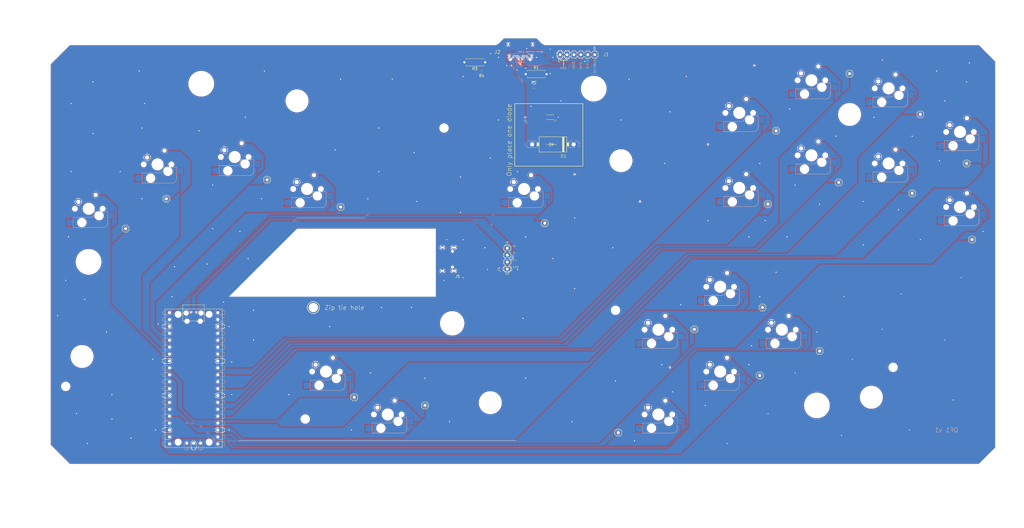
<source format=kicad_pcb>
(kicad_pcb (version 20211014) (generator pcbnew)
  (layers (0 "F.Cu" signal) (31 "B.Cu" signal) (34 "B.Paste" user) (35 "F.Paste" user) (36 "B.SilkS" user "B.Silkscreen") (37 "F.SilkS" user "F.Silkscreen") (38 "B.Mask" user) (39 "F.Mask" user) (44 "Edge.Cuts" user))
  (net 0 "")
  (net 1 "GND")
  (net 2 "+5V")
  (net 6 "/START")
  (net 8 "/RIGHT")
  (net 9 "/DOWN")
  (net 10 "/LEFT")
  (net 11 "/L")
  (net 12 "/M1")
  (net 17 "/C_UP")
  (net 18 "/C_LT")
  (net 19 "/A")
  (net 20 "/C_DN")
  (net 21 "/C_RT")
  (net 22 "/UP")
  (net 23 "/MS")
  (net 24 "/Z")
  (net 25 "V+")
  (net 26 "/LS")
  (net 27 "VCC")
  (net 28 "/M2")
  (net 29 "/X")
  (net 30 "/Y")
  (net 31 "/B")
  (net 32 "/R")
  (net 33 "/DATA")
  (net 42 "/D-")
  (net 43 "Net-(J2-PadA5)")
  (net 47 "Net-(J2-PadB5)")
  (net 50 "/D+")
  (footprint "OF1 v1:MA04-1" (layer "F.Cu") (at 142.745065 107.7536 90)
    (fp_text reference "J4")
    (fp_text value "MA04-1")
  )
  (footprint "OF1 v1:MX-BOTH" (layer "F.Cu") (at 282.8411 72.7576 180)
    (fp_text reference "U$15" hide)
    (fp_text value "MX-B" hide)
  )
  (footprint "OF1 v1:1X01" (layer "F.Cu") (at 264.5011 79.7536)
    (fp_text reference "JP11" hide)
    (fp_text value "PINHD-1X1")
  )
  (footprint "OF1 v1:MX-BOTH" (layer "F.Cu") (at 282.8411 45.1476 180)
    (fp_text reference "U$11" hide)
    (fp_text value "MX-B" hide)
  )
  (footprint "OF1 v1:1X01" (layer "F.Cu") (at 238.5011 87.7536)
    (fp_text reference "JP10" hide)
    (fp_text value "PINHD-1X1")
  )
  (footprint "OF1 v1:MX-BOTH" (layer "F.Cu") (at 220.9531 118.1176 180)
    (fp_text reference "U$17" hide)
    (fp_text value "MX-B" hide)
  )
  (footprint "OF1 v1:1X01" (layer "F.Cu") (at 81.5011 88.7536)
    (fp_text reference "JP5" hide)
    (fp_text value "PINHD-1X1")
  )
  (footprint "OF1 v1:MX-BOTH" (layer "F.Cu") (at 76.1331 149.3026 180)
    (fp_text reference "U$6" hide)
    (fp_text value "MX-B" hide)
  )
  (footprint "OF1 v1:DO201-15" (layer "F.Cu") (at 159.5011 65.7536 180)
    (fp_text reference "D1")
    (fp_text value "1N5400")
  )
  (footprint "" (layer "F.Cu") (at 174.5011 45.2536)
    (fp_text reference "@HOLE11" hide)
    (fp_text value "")
  )
  (footprint "" (layer "F.Cu") (at 184.5011 71.7536)
    (fp_text reference "@HOLE8" hide)
    (fp_text value "")
  )
  (footprint "" (layer "F.Cu") (at 68.5011 166.7536)
    (fp_text reference "@HOLE0" hide)
    (fp_text value "")
  )
  (footprint "OF1 v1:MX-BOTH" (layer "F.Cu") (at 220.9531 149.3026 180)
    (fp_text reference "U$20" hide)
    (fp_text value "MX-B" hide)
  )
  (footprint "OF1 v1:SOD3715X145N" (layer "F.Cu") (at 158.5011 55.7536 180)
    (fp_text reference "D2")
    (fp_text value "1N5819HW-7-F")
  )
  (footprint "OF1 v1:1X01" (layer "F.Cu") (at 211.5011 133.7536)
    (fp_text reference "JP18" hide)
    (fp_text value "PINHD-1X1")
  )
  (footprint "" (layer "F.Cu") (at 136.5011 160.7536)
    (fp_text reference "@HOLE9" hide)
    (fp_text value "")
  )
  (footprint "Resistor_SMD:R_0603_1608Metric" (layer "F.Cu") (at 152.491276 44.510583)
    (fp_text reference "R2")
    (fp_text value "5.1k")
  )
  (footprint "OF1 v1:MX-BOTH" (layer "F.Cu") (at 254.4861 42.1726 180)
    (fp_text reference "U$10" hide)
    (fp_text value "MX-B" hide)
  )
  (footprint "OF1 v1:1X01" (layer "F.Cu") (at 86.5011 158.7536)
    (fp_text reference "JP6" hide)
    (fp_text value "PINHD-1X1")
  )
  (footprint "" (layer "F.Cu") (at 122.5011 131.5536)
    (fp_text reference "@HOLE14" hide)
    (fp_text value "")
  )
  (footprint "OF1 v1:1X01" (layer "F.Cu") (at 311.5011 72.7536)
    (fp_text reference "JP14" hide)
    (fp_text value "PINHD-1X1")
  )
  (footprint "OF1 v1:1X01" (layer "F.Cu") (at 54.5011 78.7536)
    (fp_text reference "JP4" hide)
    (fp_text value "PINHD-1X1")
  )
  (footprint "OF1 v1:MX-BOTH" (layer "F.Cu") (at 227.9681 81.7776 180)
    (fp_text reference "U$13" hide)
    (fp_text value "MX-B" hide)
  )
  (footprint "OF1 v1:1X01" (layer "F.Cu") (at 241.5011 60.7536)
    (fp_text reference "JP9" hide)
    (fp_text value "PINHD-1X1")
  )
  (footprint "shou han 24P type-c:24P" (layer "F.Cu") (at 147.568981 35.1536 180)
    (fp_text reference "J2")
    (fp_text value "MOLEX2171830001")
  )
  (footprint "OF1 v1:MX-BOTH" (layer "F.Cu") (at -11.0339 89.4176 180)
    (fp_text reference "U$1" hide)
    (fp_text value "MX-B" hide)
  )
  (footprint "OF1 v1:MX-BOTH" (layer "F.Cu") (at 198.2661 165.0726 180)
    (fp_text reference "U$21" hide)
    (fp_text value "MX-B" hide)
  )
  (footprint "OF1 v1:1X01" (layer "F.Cu") (at 291.5011 83.7536)
    (fp_text reference "JP16" hide)
    (fp_text value "PINHD-1X1")
  )
  (footprint "OF1 v1:MX-BOTH" (layer "F.Cu") (at 14.2461 73.1146 180)
    (fp_text reference "U$2" hide)
    (fp_text value "MX-B" hide)
  )
  (footprint "OF1 v1:MX-BOTH" (layer "F.Cu") (at 42.6021 70.3886 180)
    (fp_text reference "U$4" hide)
    (fp_text value "MX-B" hide)
  )
  (footprint "" (layer "F.Cu") (at 30.3011 43.4536)
    (fp_text reference "@HOLE13" hide)
    (fp_text value "")
  )
  (footprint "" (layer "F.Cu") (at 284.5011 147.7536)
    (fp_text reference "@HOLE1" hide)
    (fp_text value "")
  )
  (footprint "OF1 v1:1X01" (layer "F.Cu") (at 235.5011 150.7536)
    (fp_text reference "JP20" hide)
    (fp_text value "PINHD-1X1")
  )
  (footprint "OF1 v1:MX-BOTH" (layer "F.Cu") (at 98.8211 165.0716 180)
    (fp_text reference "U$7" hide)
    (fp_text value "MX-B" hide)
  )
  (footprint "OF1 v1:1X01" (layer "F.Cu") (at 294.5011 54.7536)
    (fp_text reference "JP13" hide)
    (fp_text value "PINHD-1X1")
  )
  (footprint "OF1 v1:MX-BOTH" (layer "F.Cu") (at 243.6101 133.8876 180)
    (fp_text reference "U$19" hide)
    (fp_text value "MX-B" hide)
  )
  (footprint "OF1 v1:1X01" (layer "F.Cu") (at 236.5011 125.7536)
    (fp_text reference "JP17" hide)
    (fp_text value "PINHD-1X1")
  )
  (footprint "OF1 v1:1X01" (layer "F.Cu") (at 268.5011 39.7536)
    (fp_text reference "JP12" hide)
    (fp_text value "PINHD-1X1")
  )
  (footprint "" (layer "F.Cu") (at -19.4989 154.7536)
    (fp_text reference "@HOLE2" hide)
    (fp_text value "")
  )
  (footprint "Resistor_THT:R_Axial_DIN0207_L6.3mm_D2.5mm_P7.62mm_Horizontal" (layer "F.Cu") (at 134.62 35.56 180)
    (fp_text reference "R3")
    (fp_text value "5.1k")
  )
  (footprint "OF1 v1:RPI_PICO_TH" (layer "F.Cu") (at 27.5011 151.7536)
    (fp_text reference "J1" hide)
    (fp_text value "RPI_PICO-TH" hide)
  )
  (footprint "OF1 v1:1X01" (layer "F.Cu") (at 313.5011 100.7536)
    (fp_text reference "JP15" hide)
    (fp_text value "PINHD-1X1")
  )
  (footprint "Resistor_SMD:R_0603_1608Metric" (layer "F.Cu") (at 133.286267 39.142301 180)
    (fp_text reference "R4")
    (fp_text value "5.1k")
  )
  (footprint "" (layer "F.Cu") (at 119.5011 59.7536)
    (fp_text reference "@HOLE10" hide)
    (fp_text value "")
  )
  (footprint "" (layer "F.Cu") (at 256.5011 161.7536)
    (fp_text reference "@HOLE15" hide)
    (fp_text value "")
  )
  (footprint "" (layer "F.Cu") (at -13.4989 143.7536)
    (fp_text reference "@HOLE6" hide)
    (fp_text value "")
  )
  (footprint "" (layer "F.Cu") (at 71.5011 125.7536)
    (fp_text reference "@HOLE16" hide)
    (fp_text value "")
  )
  (footprint "OF1 v1:MX-BOTH" (layer "F.Cu") (at 69.1741 82.1516 180)
    (fp_text reference "U$5" hide)
    (fp_text value "MX-B" hide)
  )
  (footprint "OF1 v1:MX-BOTH" (layer "F.Cu") (at 198.2661 133.8876 180)
    (fp_text reference "U$18" hide)
    (fp_text value "MX-B" hide)
  )
  (footprint "" (layer "F.Cu") (at 182.5011 126.7536)
    (fp_text reference "@HOLE3" hide)
    (fp_text value "")
  )
  (footprint "" (layer "F.Cu") (at -11.0989 108.9536)
    (fp_text reference "@HOLE12" hide)
    (fp_text value "")
  )
  (footprint "OF1 v1:MX-BOTH" (layer "F.Cu") (at 309.0641 88.7936 180)
    (fp_text reference "U$16" hide)
    (fp_text value "MX-B" hide)
  )
  (footprint "" (layer "F.Cu") (at 268.5011 54.7536)
    (fp_text reference "@HOLE4" hide)
    (fp_text value "")
  )
  (footprint "OF1 v1:1X01" (layer "F.Cu") (at 112.5011 161.7536)
    (fp_text reference "JP7" hide)
    (fp_text value "PINHD-1X1")
  )
  (footprint "OF1 v1:16P" (layer "F.Cu") (at 118.899393 107.971075 -90)
    (fp_text reference "J5" hide)
    (fp_text value "GT-USB-7010" hide)
  )
  (footprint "OF1 v1:1X01" (layer "F.Cu") (at 2.5011 96.7536)
    (fp_text reference "JP2" hide)
    (fp_text value "PINHD-1X1")
  )
  (footprint "OF1 v1:1X01" (layer "F.Cu") (at 156.5011 94.7536)
    (fp_text reference "JP8" hide)
    (fp_text value "PINHD-1X1")
  )
  (footprint "OF1 v1:MX-BOTH" (layer "F.Cu") (at 309.0641 61.1836 180)
    (fp_text reference "U$12" hide)
    (fp_text value "MX-B" hide)
  )
  (footprint "OF1 v1:MX-BOTH" (layer "F.Cu") (at 227.9681 54.1686 180)
    (fp_text reference "U$9" hide)
    (fp_text value "MX-B" hide)
  )
  (footprint "OF1 v1:1X01" (layer "F.Cu") (at 183.5011 171.7536)
    (fp_text reference "JP21" hide)
    (fp_text value "PINHD-1X1")
  )
  (footprint "OF1 v1:MX-BOTH" (layer "F.Cu") (at 254.4861 69.7826 180)
    (fp_text reference "U$14" hide)
    (fp_text value "MX-B" hide)
  )
  (footprint "OF1 v1:1X01" (layer "F.Cu") (at 257.5011 141.7536)
    (fp_text reference "JP19" hide)
    (fp_text value "PINHD-1X1")
  )
  (footprint "OF1 v1:MA06-1" (layer "F.Cu") (at 168.5011 32.7536)
    (fp_text reference "J3")
    (fp_text value "MA06-1")
  )
  (footprint "" (layer "F.Cu") (at 276.5011 158.7536)
    (fp_text reference "@HOLE5" hide)
    (fp_text value "")
  )
  (footprint "Resistor_THT:R_Axial_DIN0207_L6.3mm_D2.5mm_P7.62mm_Horizontal" (layer "F.Cu") (at 149.53424 39.919945)
    (fp_text reference "R1")
    (fp_text value "5.1k")
  )
  (footprint "" (layer "F.Cu") (at 65.5011 49.7536)
    (fp_text reference "@HOLE7" hide)
    (fp_text value "")
  )
  (footprint "OF1 v1:1X01" (layer "F.Cu") (at 17.5011 85.7536)
    (fp_text reference "JP3" hide)
    (fp_text value "PINHD-1X1")
  )
  (footprint "OF1 v1:MX-BOTH" (layer "F.Cu") (at 148.9061 82.1516 180)
    (fp_text reference "U$8" hide)
    (fp_text value "MX-B" hide)
  )
  (gr_circle (center 71.5011 125.7536) (end 73.737165 125.7536) (layer "F.SilkS") (width 0.2) (fill none))
  (gr_line (start 145.5011 50.7536) (end 170.5011 50.7536) (layer "F.SilkS") (width 0.2))
  (gr_line (start 170.5011 50.7536) (end 170.5011 73.7536) (layer "F.SilkS") (width 0.2))
  (gr_line (start 170.5011 73.7536) (end 145.5011 73.7536) (layer "F.SilkS") (width 0.2))
  (gr_line (start 162.272621 34.794232) (end 164.674246 34.794232) (layer "F.SilkS") (width 0.2))
  (gr_line (start 145.5011 73.7536) (end 145.5011 50.7536) (layer "F.SilkS") (width 0.2))
  (gr_line (start 164.706284 33.815094) (end 164.690587 33.799397) (layer "F.SilkS") (width 0.2))
  (gr_line (start 163.421272 34.948854) (end 163.421272 36.958357) (layer "F.SilkS") (width 0.2))
  (gr_line (start 164.6911 34.802747) (end 164.6911 34.410263) (layer "F.SilkS") (width 0.2))
  (gr_line (start 162.272621 34.378054) (end 162.272621 34.801935) (layer "F.SilkS") (width 0.2))
  (gr_line (start 322.0011 177.2536) (end 316.0011 183.2536) (layer "Edge.Cuts") (width 0.05))
  (gr_line (start 40.5011 121.7536) (end 65.5011 96.7536) (layer "Edge.Cuts") (width 0.05))
  (gr_line (start 153.5011 26.7536) (end 155.5011 28.7536) (layer "Edge.Cuts") (width 0.05))
  (gr_line (start -17.9989 183.2536) (end -24.9989 176.2536) (layer "Edge.Cuts") (width 0.05))
  (gr_line (start 155.5011 28.7536) (end 156.5011 29.2536) (layer "Edge.Cuts") (width 0.05))
  (gr_line (start 316.0011 29.2536) (end 322.0011 35.2536) (layer "Edge.Cuts") (width 0.05))
  (gr_line (start 65.5011 96.7536) (end 116.5011 96.7536) (layer "Edge.Cuts") (width 0.05))
  (gr_line (start -24.9989 36.2536) (end -17.9989 29.2536) (layer "Edge.Cuts") (width 0.05))
  (gr_line (start 116.5011 121.7536) (end 40.5011 121.7536) (layer "Edge.Cuts") (width 0.05))
  (gr_line (start 156.5011 29.2536) (end 316.0011 29.2536) (layer "Edge.Cuts") (width 0.05))
  (gr_line (start -17.9989 29.2536) (end 138.5011 29.2536) (layer "Edge.Cuts") (width 0.05))
  (gr_line (start -24.9989 176.2536) (end -24.9989 36.2536) (layer "Edge.Cuts") (width 0.05))
  (gr_line (start 139.5011 28.7536) (end 141.5011 26.7536) (layer "Edge.Cuts") (width 0.05))
  (gr_line (start 138.5011 29.2536) (end 139.5011 28.7536) (layer "Edge.Cuts") (width 0.05))
  (gr_line (start 322.0011 35.2536) (end 322.0011 177.2536) (layer "Edge.Cuts") (width 0.05))
  (gr_line (start 316.0011 183.2536) (end -17.9989 183.2536) (layer "Edge.Cuts") (width 0.05))
  (gr_line (start 141.5011 26.7536) (end 153.5011 26.7536) (layer "Edge.Cuts") (width 0.05))
  (gr_line (start 116.5011 96.7536) (end 116.5011 121.7536) (layer "Edge.Cuts") (width 0.05))
  (gr_text "OF1 v1" (at 308.5011 171.7536) (layer "B.SilkS") (effects (font (size 1.63576 1.63576) (thickness 0.14224)) (justify left bottom mirror)))
  (gr_text "GND" (at 144.650881 111.299857) (layer "F.SilkS") (effects (font (size 0.747776 0.747776) (thickness 0.065024)) (justify left bottom)))
  (gr_text "3V3 in" (at 172.633221 38.1 90) (layer "F.SilkS") (effects (font (size 0.747776 0.747776) (thickness 0.065024)) (justify left bottom)))
  (gr_text "5V/VBUS" (at 175.295886 39.57934 90) (layer "F.SilkS") (effects (font (size 0.747776 0.747776) (thickness 0.065024)) (justify left bottom)))
  (gr_text "D-" (at 144.677846 106.109925) (layer "F.SilkS") (effects (font (size 0.747776 0.747776) (thickness 0.065024)) (justify left bottom)))
  (gr_text "VSYS" (at 167.5877 38.1 90) (layer "F.SilkS") (effects (font (size 0.747776 0.747776) (thickness 0.065024)) (justify left bottom)))
  (gr_text "DATA" (at 170.2002 38.1 90) (layer "F.SilkS") (effects (font (size 0.747776 0.747776) (thickness 0.065024)) (justify left bottom)))
  (gr_text "GND" (at 162.14999 38.1) (layer "F.SilkS") (effects (font (size 0.747776 0.747776) (thickness 0.065024)) (justify left bottom)))
  (gr_text "Only place one diode" (at 142.5011 50.7536 90) (layer "F.SilkS") (effects (font (size 1.63576 1.63576) (thickness 0.14224)) (justify right top)))
  (gr_text "Zip tie hole" (at 75.5011 126.7536) (layer "F.SilkS") (effects (font (size 1.63576 1.63576) (thickness 0.14224)) (justify left bottom)))
  (gr_text "5V" (at 144.669718 103.631725) (layer "F.SilkS") (effects (font (size 0.747776 0.747776) (thickness 0.065024)) (justify left bottom)))
  (gr_text "D+" (at 144.613209 108.775213) (layer "F.SilkS") (effects (font (size 0.747776 0.747776) (thickness 0.065024)) (justify left bottom)))
  (via (at 167.5011 76.7536) (size 0.5524) (drill 0.4) (layers "F.Cu" "B.Cu") (net 0))
  (via (at 216.5011 65.7536) (size 0.5524) (drill 0.4) (layers "F.Cu" "B.Cu") (net 0))
  (via (at 233.5011 36.7536) (size 0.5524) (drill 0.4) (layers "F.Cu" "B.Cu") (net 0))
  (segment (start 144.768981 35.1036) (end 144.818981 35.1536) (width 0.254) (layer "F.Cu") (net 1))
  (segment (start 144.768981 33.9436) (end 144.768981 35.1036) (width 0.254) (layer "F.Cu") (net 1))
  (via (at 273.5011 102.7536) (size 0.5524) (drill 0.4) (layers "F.Cu" "B.Cu") (net 1))
  (via (at 149.5011 151.7536) (size 0.5524) (drill 0.4) (layers "F.Cu" "B.Cu") (net 1))
  (via (at 248.5011 149.7536) (size 0.5024) (drill 0.35) (layers "F.Cu" "B.Cu") (net 1))
  (via (at 20.5011 110.7536) (size 0.5524) (drill 0.4) (layers "F.Cu" "B.Cu") (net 1))
  (via (at 146.271971 38.412382) (size 0.5524) (drill 0.4) (layers "F.Cu" "B.Cu") (net 1))
  (via (at 311.5011 42.7536) (size 0.5524) (drill 0.4) (layers "F.Cu" "B.Cu") (net 1))
  (via (at 266.5011 121.7536) (size 0.5024) (drill 0.35) (layers "F.Cu" "B.Cu") (net 1))
  (via (at -22.4989 128.7536) (size 0.5524) (drill 0.4) (layers "F.Cu" "B.Cu") (net 1))
  (via (at 134.5011 103.7536) (size 0.5524) (drill 0.4) (layers "F.Cu" "B.Cu") (net 1))
  (via (at 29.5011 60.7536) (size 0.5524) (drill 0.4) (layers "F.Cu" "B.Cu") (net 1))
  (via (at 41.5011 145.7536) (size 0.5524) (drill 0.4) (layers "F.Cu" "B.Cu") (net 1))
  (via (at 303.5011 49.7536) (size 0.5524) (drill 0.4) (layers "F.Cu" "B.Cu") (net 1))
  (via (at 317.5011 97.7536) (size 0.5524) (drill 0.4) (layers "F.Cu" "B.Cu") (net 1))
  (via (at 235.5011 72.7536) (size 0.5524) (drill 0.4) (layers "F.Cu" "B.Cu") (net 1))
  (via (at 184.5011 56.7536) (size 0.5524) (drill 0.4) (layers "F.Cu" "B.Cu") (net 1))
  (via (at 263.5011 62.7536) (size 0.5524) (drill 0.4) (layers "F.Cu" "B.Cu") (net 1))
  (via (at 150.705187 32.589207) (size 0.5024) (drill 0.35) (layers "F.Cu" "B.Cu") (net 1))
  (via (at 237.5011 93.7536) (size 0.5524) (drill 0.4) (layers "F.Cu" "B.Cu") (net 1))
  (via (at 200.5011 72.7536) (size 0.5524) (drill 0.4) (layers "F.Cu" "B.Cu") (net 1))
  (via (at 241.5011 112.7536) (size 0.5524) (drill 0.4) (layers "F.Cu" "B.Cu") (net 1))
  (via (at 152.5011 42.7536) (size 0.5524) (drill 0.4) (layers "F.Cu" "B.Cu") (net 1))
  (via (at 312.5011 35.7536) (size 0.5524) (drill 0.4) (layers "F.Cu" "B.Cu") (net 1))
  (via (at 158.5011 39.7536) (size 0.5524) (drill 0.4) (layers "F.Cu" "B.Cu") (net 1))
  (via (at 248.5011 80.7536) (size 0.5524) (drill 0.4) (layers "F.Cu" "B.Cu") (net 1))
  (via (at 0.5011 75.7536) (size 0.5524) (drill 0.4) (layers "F.Cu" "B.Cu") (net 1))
  (via (at 135.5011 111.7536) (size 0.5024) (drill 0.35) (layers "F.Cu" "B.Cu") (net 1))
  (via (at 96.5011 125.7536) (size 0.5524) (drill 0.4) (layers "F.Cu" "B.Cu") (net 1))
  (via (at 9.5011 50.7536) (size 0.5524) (drill 0.4) (layers "F.Cu" "B.Cu") (net 1))
  (via (at 13.5011 170.7536) (size 0.5524) (drill 0.4) (layers "F.Cu" "B.Cu") (net 1))
  (via (at -19.4989 115.7536) (size 0.5524) (drill 0.4) (layers "F.Cu" "B.Cu") (net 1))
  (via (at 189.5011 174.7536) (size 0.5524) (drill 0.4) (layers "F.Cu" "B.Cu") (net 1))
  (via (at 277.5011 55.7536) (size 0.5524) (drill 0.4) (layers "F.Cu" "B.Cu") (net 1))
  (via (at 49.5011 137.7536) (size 0.5524) (drill 0.4) (layers "F.Cu" "B.Cu") (net 1))
  (via (at 303.5011 137.7536) (size 0.5024) (drill 0.35) (layers "F.Cu" "B.Cu") (net 1))
  (via (at -2.4989 166.7536) (size 0.5524) (drill 0.4) (layers "F.Cu" "B.Cu") (net 1))
  (via (at 40.5011 170.7536) (size 0.5524) (drill 0.4) (layers "F.Cu" "B.Cu") (net 1))
  (via (at 41.5011 157.7536) (size 0.5524) (drill 0.4) (layers "F.Cu" "B.Cu") (net 1))
  (via (at 95.5011 75.7536) (size 0.5524) (drill 0.4) (layers "F.Cu" "B.Cu") (net 1))
  (via (at 100.5011 41.7536) (size 0.5524) (drill 0.4) (layers "F.Cu" "B.Cu") (net 1))
  (via (at -11.4989 175.7536) (size 0.5524) (drill 0.4) (layers "F.Cu" "B.Cu") (net 1))
  (via (at 53.5011 38.7536) (size 0.5524) (drill 0.4) (layers "F.Cu" "B.Cu") (net 1))
  (via (at -17.4989 75.7536) (size 0.5524) (drill 0.4) (layers "F.Cu" "B.Cu") (net 1))
  (via (at 7.5011 38.7536) (size 0.5524) (drill 0.4) (layers "F.Cu" "B.Cu") (net 1))
  (via (at 47.5011 107.7536) (size 0.5524) (drill 0.4) (layers "F.Cu" "B.Cu") (net 1))
  (via (at 300.5011 38.7536) (size 0.5524) (drill 0.4) (layers "F.Cu" "B.Cu") (net 1))
  (via (at 273.5011 86.7536) (size 0.5524) (drill 0.4) (layers "F.Cu" "B.Cu") (net 1))
  (via (at 38.5011 123.7536) (size 0.5524) (drill 0.4) (layers "F.Cu" "B.Cu") (net 1))
  (via (at 14.5011 131.7536) (size 0.5524) (drill 0.4) (layers "F.Cu" "B.Cu") (net 1))
  (via (at -18.4989 99.7536) (size 0.5524) (drill 0.4) (layers "F.Cu" "B.Cu") (net 1))
  (via (at 8.5011 59.7536) (size 0.5524) (drill 0.4) (layers "F.Cu" "B.Cu") (net 1))
  (via (at 216.5011 93.7536) (size 0.5524) (drill 0.4) (layers "F.Cu" "B.Cu") (net 1))
  (via (at 265.5011 172.7536) (size 0.5024) (drill 0.35) (layers "F.Cu" "B.Cu") (net 1))
  (via (at 280.5011 133.7536) (size 0.5024) (drill 0.35) (layers "F.Cu" "B.Cu") (net 1))
  (via (at 162.5011 49.7536) (size 0.5524) (drill 0.4) (layers "F.Cu" "B.Cu") (net 1))
  (via (at -15.4989 164.7536) (size 0.5524) (drill 0.4) (layers "F.Cu" "B.Cu") (net 1))
  (via (at 280.5011 34.7536) (size 0.5524) (drill 0.4) (layers "F.Cu" "B.Cu") (net 1))
  (via (at 238.5011 164.7536) (size 0.5024) (drill 0.35) (layers "F.Cu" "B.Cu") (net 1))
  (via (at -9.4989 61.7536) (size 0.5524) (drill 0.4) (layers "F.Cu" "B.Cu") (net 1))
  (via (at 149.5011 37.7536) (size 0.5524) (drill 0.4) (layers "F.Cu" "B.Cu") (net 1))
  (via (at 171.128412 35.252982) (size 0.5524) (drill 0.4) (layers "F.Cu" "B.Cu") (net 1))
  (via (at 199.5011 146.7536) (size 0.5524) (drill 0.4) (layers "F.Cu" "B.Cu") (net 1))
  (via (at 146.5011 111.7536) (size 0.5524) (drill 0.4) (layers "F.Cu" "B.Cu") (net 1))
  (via (at 235.5011 121.7536) (size 0.5524) (drill 0.4) (layers "F.Cu" "B.Cu") (net 1))
  (via (at 159.5011 33.7536) (size 0.5524) (drill 0.4) (layers "F.Cu" "B.Cu") (net 1))
  (via (at 34.5011 96.7536) (size 0.5524) (drill 0.4) (layers "F.Cu" "B.Cu") (net 1))
  (via (at 121.5011 167.7536) (size 0.5524) (drill 0.4) (layers "F.Cu" "B.Cu") (net 1))
  (via (at 287.5011 120.7536) (size 0.5024) (drill 0.35) (layers "F.Cu" "B.Cu") (net 1))
  (via (at 85.5011 170.7536) (size 0.5524) (drill 0.4) (layers "F.Cu" "B.Cu") (net 1))
  (via (at 291.5011 62.7536) (size 0.5524) (drill 0.4) (layers "F.Cu" "B.Cu") (net 1))
  (via (at 202.5011 53.7536) (size 0.5524) (drill 0.4) (layers "F.Cu" "B.Cu") (net 1))
  (via (at -12.4989 122.7536) (size 0.5524) (drill 0.4) (layers "F.Cu" "B.Cu") (net 1))
  (via (at 290.5011 170.7536) (size 0.5024) (drill 0.35) (layers "F.Cu" "B.Cu") (net 1))
  (via (at 257.5011 87.7536) (size 0.5524) (drill 0.4) (layers "F.Cu" "B.Cu") (net 1))
  (via (at 49.5011 126.7536) (size 0.5524) (drill 0.4) (layers "F.Cu" "B.Cu") (net 1))
  (via (at 81.5011 41.7536) (size 0.5524) (drill 0.4) (layers "F.Cu" "B.Cu") (net 1))
  (via (at 232.5011 139.7536) (size 0.5524) (drill 0.4) (layers "F.Cu" "B.Cu") (net 1))
  (via (at 187.5011 41.7536) (size 0.5524) (drill 0.4) (layers "F.Cu" "B.Cu") (net 1))
  (via (at 269.5011 144.7536) (size 0.5024) (drill 0.35) (layers "F.Cu" "B.Cu") (net 1))
  (via (at 203.5011 156.7536) (size 0.5524) (drill 0.4) (layers "F.Cu" "B.Cu") (net 1))
  (via (at 126.5011 100.7536) (size 0.5024) (drill 0.35) (layers "F.Cu" "B.Cu") (net 1))
  (via (at 108.5011 68.7536) (size 0.5524) (drill 0.4) (layers "F.Cu" "B.Cu") (net 1))
  (via (at 158.5011 30.7536) (size 0.5024) (drill 0.35) (layers "F.Cu" "B.Cu") (net 1))
  (via (at 309.5011 114.7536) (size 0.5024) (drill 0.35) (layers "F.Cu" "B.Cu") (net 1))
  (via (at 12.5011 144.7536) (size 0.5524) (drill 0.4) (layers "F.Cu" "B.Cu") (net 1))
  (via (at 166.5011 167.7536) (size 0.5524) (drill 0.4) (layers "F.Cu" "B.Cu") (net 1))
  (via (at 246.5011 52.7536) (size 0.5524) (drill 0.4) (layers "F.Cu" "B.Cu") (net 1))
  (via (at 301.5011 71.7536) (size 0.5524) (drill 0.4) (layers "F.Cu" "B.Cu") (net 1))
  (via (at -17.4989 50.7536) (size 0.5524) (drill 0.4) (layers "F.Cu" "B.Cu") (net 1))
  (via (at 151.5011 51.7536) (size 0.5524) (drill 0.4) (layers "F.Cu" "B.Cu") (net 1))
  (via (at 112.5011 151.7536) (size 0.5524) (drill 0.4) (layers "F.Cu" "B.Cu") (net 1))
  (via (at 223.5011 175.7536) (size 0.5024) (drill 0.35) (layers "F.Cu" "B.Cu") (net 1))
  (via (at 245.5011 99.7536) (size 0.5524) (drill 0.4) (layers "F.Cu" "B.Cu") (net 1))
  (via (at 119.5011 115.7536) (size 0.5024) (drill 0.35) (layers "F.Cu" "B.Cu") (net 1))
  (via (at 215.5011 161.7536) (size 0.5524) (drill 0.4) (layers "F.Cu" "B.Cu") (net 1))
  (via (at 182.5011 152.7536) (size 0.5524) (drill 0.4) (layers "F.Cu" "B.Cu") (net 1))
  (via (at 4.5011 173.7536) (size 0.5524) (drill 0.4) (layers "F.Cu" "B.Cu") (net 1))
  (via (at -2.4989 157.7536) (size 0.5524) (drill 0.4) (layers "F.Cu" "B.Cu") (net 1))
  (via (at 91.5011 85.7536) (size 0.5524) (drill 0.4) (layers "F.Cu" "B.Cu") (net 1))
  (via (at 306.5011 159.7536) (size 0.5024) (drill 0.35) (layers "F.Cu" "B.Cu") (net 1))
  (via (at 159.5011 107.7536) (size 0.5524) (drill 0.4) (layers "F.Cu" "B.Cu") (net 1))
  (via (at 44.5011 97.7536) (size 0.5524) (drill 0.4) (layers "F.Cu" "B.Cu") (net 1))
  (via (at 231.5011 99.7536) (size 0.5524) (drill 0.4) (layers "F.Cu" "B.Cu") (net 1))
  (via (at 79.5011 67.7536) (size 0.5524) (drill 0.4) (layers "F.Cu" "B.Cu") (net 1))
  (via (at 153.5011 33.7536) (size 0.5524) (drill 0.4) (layers "F.Cu" "B.Cu") (net 1))
  (via (at 125.5011 90.7536) (size 0.5524) (drill 0.4) (layers "F.Cu" "B.Cu") (net 1))
  (via (at 8.5011 85.7536) (size 0.5524) (drill 0.4) (layers "F.Cu" "B.Cu") (net 1))
  (via (at 120.5011 100.7536) (size 0.5024) (drill 0.35) (layers "F.Cu" "B.Cu") (net 1))
  (via (at 125.5011 77.7536) (size 0.5524) (drill 0.4) (layers "F.Cu" "B.Cu") (net 1))
  (via (at 139.5011 33.7536) (size 0.5524) (drill 0.4) (layers "F.Cu" "B.Cu") (net 1))
  (via (at 294.5011 100.7536) (size 0.5524) (drill 0.4) (layers "F.Cu" "B.Cu") (net 1))
  (via (at 107.5011 125.7536) (size 0.5524) (drill 0.4) (layers "F.Cu" "B.Cu") (net 1))
  (via (at 19.5011 121.7536) (size 0.5524) (drill 0.4) (layers "F.Cu" "B.Cu") (net 1))
  (via (at 142.5011 36.7536) (size 0.5524) (drill 0.4) (layers "F.Cu" "B.Cu") (net 1))
  (via (at 167.5011 92.7536) (size 0.5524) (drill 0.4) (layers "F.Cu" "B.Cu") (net 1))
  (via (at 95.5011 59.7536) (size 0.5524) (drill 0.4) (layers "F.Cu" "B.Cu") (net 1))
  (via (at 46.5011 55.7536) (size 0.5524) (drill 0.4) (layers "F.Cu" "B.Cu") (net 1))
  (via (at 77.5011 132.7536) (size 0.5524) (drill 0.4) (layers "F.Cu" "B.Cu") (net 1))
  (via (at 52.5011 85.7536) (size 0.5524) (drill 0.4) (layers "F.Cu" "B.Cu") (net 1))
  (via (at 139.5011 56.7536) (size 0.5524) (drill 0.4) (layers "F.Cu" "B.Cu") (net 1))
  (via (at 62.5011 157.7536) (size 0.5524) (drill 0.4) (layers "F.Cu" "B.Cu") (net 1))
  (via (at 126.5011 114.7536) (size 0.5024) (drill 0.35) (layers "F.Cu" "B.Cu") (net 1))
  (via (at 34.5011 80.7536) (size 0.5524) (drill 0.4) (layers "F.Cu" "B.Cu") (net 1))
  (via (at 167.5011 118.7536) (size 0.5524) (drill 0.4) (layers "F.Cu" "B.Cu") (net 1))
  (via (at 146.5011 75.7536) (size 0.5524) (drill 0.4) (layers "F.Cu" "B.Cu") (net 1))
  (via (at 126.5011 40.7536) (size 0.5524) (drill 0.4) (layers "F.Cu" "B.Cu") (net 1))
  (via (at 208.5011 40.7536) (size 0.5524) (drill 0.4) (layers "F.Cu" "B.Cu") (net 1))
  (via (at 231.5011 146.7536) (size 0.5524) (drill 0.4) (layers "F.Cu" "B.Cu") (net 1))
  (via (at 206.5011 124.7536) (size 0.5524) (drill 0.4) (layers "F.Cu" "B.Cu") (net 1))
  (via (at -4.4989 134.7536) (size 0.5524) (drill 0.4) (layers "F.Cu" "B.Cu") (net 1))
  (via (at -9.4989 42.7536) (size 0.5524) (drill 0.4) (layers "F.Cu" "B.Cu") (net 1))
  (via (at 256.5011 134.7536) (size 0.5524) (drill 0.4) (layers "F.Cu" "B.Cu") (net 1))
  (via (at 148.5011 129.7536) (size 0.5524) (drill 0.4) (layers "F.Cu" "B.Cu") (net 1))
  (via (at 181.5011 103.7536) (size 0.5524) (drill 0.4) (layers "F.Cu" "B.Cu") (net 1))
  (via (at 136.5011 70.7536) (size 0.5524) (drill 0.4) (layers "F.Cu" "B.Cu") (net 1))
  (via (at 32.5011 109.7536) (size 0.5524) (drill 0.4) (layers "F.Cu" "B.Cu") (net 1))
  (via (at 149.5011 99.7536) (size 0.5524) (drill 0.4) (layers "F.Cu" "B.Cu") (net 1))
  (via (at 109.5011 86.7536) (size 0.5524) (drill 0.4) (layers "F.Cu" "B.Cu") (net 1))
  (via (at 40.5011 132.7536) (size 0.5524) (drill 0.4) (layers "F.Cu" "B.Cu") (net 1))
  (via (at 92.5011 149.7536) (size 0.5524) (drill 0.4) (layers "F.Cu" "B.Cu") (net 1))
  (via (at 286.5011 89.7536) (size 0.5524) (drill 0.4) (layers "F.Cu" "B.Cu") (net 1))
  (segment (start 132.055068 94.2536) (end 129.5011 94.2536) (width 0.8) (layer "F.Cu") (net 2))
  (segment (start 137.5011 93.7636) (end 137.5011 94.807569) (width 0.2) (layer "F.Cu") (net 2))
  (segment (start 122.5011 109.715835) (end 122.5011 106.186204) (width 0.2) (layer "F.Cu") (net 2))
  (segment (start 148.768981 33.9436) (end 148.81114 33.98576) (width 0.254) (layer "F.Cu") (net 2))
  (segment (start 146.414981 35.2496) (end 146.414981 36.884007) (width 0.254) (layer "F.Cu") (net 2))
  (segment (start 147.0551 37.524125) (end 147.0551 70.1996) (width 0.254) (layer "F.Cu") (net 2))
  (segment (start 137.5011 94.807569) (end 135.055068 97.2536) (width 0.2) (layer "F.Cu") (net 2))
  (segment (start 135.055068 97.2536) (end 132.055068 94.2536) (width 0.8) (layer "F.Cu") (net 2))
  (segment (start 141.745065 103.9436) (end 136.055068 98.2536) (width 0.8) (layer "F.Cu") (net 2))
  (segment (start 146.414981 36.884007) (end 147.0551 37.524125) (width 0.254) (layer "F.Cu") (net 2))
  (segment (start 122.5011 106.186204) (end 123.116228 105.571075) (width 0.2) (layer "F.Cu") (net 2))
  (segment (start 148.81114 35.14576) (end 148.818981 35.1536) (width 0.254) (layer "F.Cu") (net 2))
  (segment (start 123.699393 105.571075) (end 126.683625 105.571075) (width 0.4) (layer "F.Cu") (net 2))
  (segment (start 123.699393 110.371075) (end 123.15634 110.371075) (width 0.2) (layer "F.Cu") (net 2))
  (segment (start 126.683625 105.571075) (end 129.5011 102.7536) (width 0.4) (layer "F.Cu") (net 2))
  (segment (start 148.81114 33.98576) (end 148.81114 35.14576) (width 0.254) (layer "F.Cu") (net 2))
  (segment (start 123.15634 110.371075) (end 122.5011 109.715835) (width 0.2) (layer "F.Cu") (net 2))
  (segment (start 36.3911 127.6236) (end 36.3911 123.8636) (width 0.8) (layer "F.Cu") (net 2))
  (segment (start 123.116228 105.571075) (end 123.699393 105.571075) (width 0.2) (layer "F.Cu") (net 2))
  (segment (start 146.318981 35.1536) (end 146.316431 35.15105) (width 0.254) (layer "F.Cu") (net 2))
  (segment (start 141.745065 103.9436) (end 142.745065 103.9436) (width 0.8) (layer "F.Cu") (net 2))
  (segment (start 129.5011 102.7536) (end 129.5011 94.2536) (width 0.4) (layer "F.Cu") (net 2))
  (segment (start 147.0551 70.1996) (end 137.5011 79.7536) (width 0.254) (layer "F.Cu") (net 2))
  (segment (start 129.5011 94.2536) (end 66.0011 94.2536) (width 0.8) (layer "F.Cu") (net 2))
  (segment (start 146.368981 33.9436) (end 146.316431 33.99615) (width 0.254) (layer "F.Cu") (net 2))
  (segment (start 137.5011 79.7536) (end 137.5011 93.7636) (width 0.254) (layer "F.Cu") (net 2))
  (segment (start 146.316431 33.99615) (end 146.316431 35.15105) (width 0.254) (layer "F.Cu") (net 2))
  (segment (start 146.318981 35.1536) (end 146.414981 35.2496) (width 0.254) (layer "F.Cu") (net 2))
  (segment (start 136.055068 98.2536) (end 135.055068 97.2536) (width 0.8) (layer "F.Cu") (net 2))
  (segment (start 66.0011 94.2536) (end 36.3911 123.8636) (width 0.8) (layer "F.Cu") (net 2))
  (segment (start 172.451353 36.803347) (end 174.8511 34.4036) (width 0.4) (layer "B.Cu") (net 2))
  (segment (start 148.768981 33.9436) (end 148.768981 36.535466) (width 0.4) (layer "B.Cu") (net 2))
  (segment (start 146.368981 33.9436) (end 146.368981 36.137197) (width 0.4) (layer "B.Cu") (net 2))
  (segment (start 148.768981 36.535466) (end 148.5011 36.803347) (width 0.4) (layer "B.Cu") (net 2))
  (segment (start 148.5011 36.803347) (end 172.451353 36.803347) (width 0.4) (layer "B.Cu") (net 2))
  (segment (start 147.035131 36.803347) (end 148.5011 36.803347) (width 0.4) (layer "B.Cu") (net 2))
  (segment (start 146.368981 36.137197) (end 147.035131 36.803347) (width 0.4) (layer "B.Cu") (net 2))
  (segment (start 174.8511 34.4036) (end 174.8511 32.7536) (width 0.4) (layer "B.Cu") (net 2))
  (segment (start 152.5011 93.7536) (end 154.5011 91.7536) (width 0.2) (layer "B.Cu") (net 6))
  (segment (start 55.5011 91.7536) (end 19.6311 127.6236) (width 0.2) (layer "B.Cu") (net 6))
  (segment (start 157.5011 85.0316) (end 157.1611 84.6916) (width 0.2) (layer "B.Cu") (net 6))
  (segment (start 159.5011 81.7536) (end 154.8191 77.0716) (width 0.2) (layer "B.Cu") (net 6))
  (segment (start 154.8191 77.0716) (end 151.4461 77.0716) (width 0.2) (layer "B.Cu") (net 6))
  (segment (start 159.5011 86.7536) (end 159.5011 81.7536) (width 0.2) (layer "B.Cu") (net 6))
  (segment (start 154.5011 91.7536) (end 55.5011 91.7536) (width 0.2) (layer "B.Cu") (net 6))
  (segment (start 156.5011 94.7536) (end 155.5011 93.7536) (width 0.2) (layer "B.Cu") (net 6))
  (segment (start 157.5011 88.7536) (end 159.5011 86.7536) (width 0.2) (layer "B.Cu") (net 6))
  (segment (start 155.5011 93.7536) (end 152.5011 93.7536) (width 0.2) (layer "B.Cu") (net 6))
  (segment (start 18.6111 127.6236) (end 19.6311 127.6236) (width 0.2) (layer "B.Cu") (net 6))
  (segment (start 157.5011 88.7536) (end 157.5011 85.0316) (width 0.2) (layer "B.Cu") (net 6))
  (segment (start 154.5011 91.7536) (end 157.5011 88.7536) (width 0.2) (layer "B.Cu") (net 6))
  (segment (start 81.5011 88.7536) (end 79.5011 90.7536) (width 0.2) (layer "B.Cu") (net 8))
  (segment (start 77.5011 88.7536) (end 79.5011 86.7536) (width 0.2) (layer "B.Cu") (net 8))
  (segment (start 79.5011 81.7536) (end 74.8191 77.0716) (width 0.2) (layer "B.Cu") (net 8))
  (segment (start 15.974813 135.2436) (end 18.6111 135.2436) (width 0.2) (layer "B.Cu") (net 8))
  (segment (start 77.5011 84.7636) (end 77.5011 88.7536) (width 0.2) (layer "B.Cu") (net 8))
  (segment (start 75.5011 90.7536) (end 46.5011 90.7536) (width 0.2) (layer "B.Cu") (net 8))
  (segment (start 13.5011 132.769888) (end 15.974813 135.2436) (width 0.2) (layer "B.Cu") (net 8))
  (segment (start 79.5011 86.7536) (end 79.5011 81.7536) (width 0.2) (layer "B.Cu") (net 8))
  (segment (start 13.5011 123.7536) (end 13.5011 132.769888) (width 0.2) (layer "B.Cu") (net 8))
  (segment (start 75.5011 90.7536) (end 77.5011 88.7536) (width 0.2) (layer "B.Cu") (net 8))
  (segment (start 74.8191 77.0716) (end 71.7141 77.0716) (width 0.2) (layer "B.Cu") (net 8))
  (segment (start 77.5011 84.7636) (end 77.4291 84.6916) (width 0.2) (layer "B.Cu") (net 8))
  (segment (start 46.5011 90.7536) (end 13.5011 123.7536) (width 0.2) (layer "B.Cu") (net 8))
  (segment (start 79.5011 90.7536) (end 75.5011 90.7536) (width 0.2) (layer "B.Cu") (net 8))
  (segment (start 49.0561 65.3086) (end 45.1421 65.3086) (width 0.2) (layer "B.Cu") (net 9))
  (segment (start 53.5011 74.7536) (end 53.5011 69.7536) (width 0.2) (layer "B.Cu") (net 9))
  (segment (start 53.5011 69.7536) (end 49.0561 65.3086) (width 0.2) (layer "B.Cu") (net 9))
  (segment (start 50.8571 72.9286) (end 50.8571 77.3976) (width 0.2) (layer "B.Cu") (net 9))
  (segment (start 47.5011 80.7536) (end 11.5011 116.7536) (width 0.2) (layer "B.Cu") (net 9))
  (segment (start 11.5011 116.7536) (end 11.5011 133.7536) (width 0.2) (layer "B.Cu") (net 9))
  (segment (start 15.5311 137.7836) (end 18.6111 137.7836) (width 0.2) (layer "B.Cu") (net 9))
  (segment (start 11.5011 133.7536) (end 15.5311 137.7836) (width 0.2) (layer "B.Cu") (net 9))
  (segment (start 50.8571 77.3976) (end 47.5011 80.7536) (width 0.2) (layer "B.Cu") (net 9))
  (segment (start 52.5011 80.7536) (end 47.5011 80.7536) (width 0.2) (layer "B.Cu") (net 9))
  (segment (start 50.8571 77.3976) (end 53.5011 74.7536) (width 0.2) (layer "B.Cu") (net 9))
  (segment (start 54.5011 78.7536) (end 52.5011 80.7536) (width 0.2) (layer "B.Cu") (net 9))
  (segment (start 8.5011 113.7536) (end 8.5011 133.7536) (width 0.2) (layer "B.Cu") (net 10))
  (segment (start 19.5011 85.7536) (end 17.5011 85.7536) (width 0.2) (layer "B.Cu") (net 10))
  (segment (start 22.7821 68.0346) (end 26.5011 71.7536) (width 0.2) (layer "B.Cu") (net 10))
  (segment (start 15.079054 140.331553) (end 18.603147 140.331553) (width 0.2) (layer "B.Cu") (net 10))
  (segment (start 26.5011 80.7536) (end 22.5011 84.7536) (width 0.2) (layer "B.Cu") (net 10))
  (segment (start 8.5011 113.7536) (end 22.5011 99.7536) (width 0.2) (layer "B.Cu") (net 10))
  (segment (start 26.5011 71.7536) (end 26.5011 80.7536) (width 0.2) (layer "B.Cu") (net 10))
  (segment (start 22.5011 99.7536) (end 22.5011 84.7536) (width 0.2) (layer "B.Cu") (net 10))
  (segment (start 8.5011 133.7536) (end 15.079054 140.331553) (width 0.2) (layer "B.Cu") (net 10))
  (segment (start 22.5011 82.7536) (end 22.5011 75.6546) (width 0.2) (layer "B.Cu") (net 10))
  (segment (start 22.5011 82.7536) (end 19.5011 85.7536) (width 0.2) (layer "B.Cu") (net 10))
  (segment (start 18.603147 140.331553) (end 18.6111 140.3236) (width 0.2) (layer "B.Cu") (net 10))
  (segment (start 22.5011 84.7536) (end 22.5011 82.7536) (width 0.2) (layer "B.Cu") (net 10))
  (segment (start 16.7861 68.0346) (end 22.7821 68.0346) (width 0.2) (layer "B.Cu") (net 10))
  (segment (start -2.7789 91.9576) (end -2.7789 97.0336) (width 0.2) (layer "B.Cu") (net 11))
  (segment (start -0.4989 88.7536) (end -4.9149 84.3376) (width 0.2) (layer "B.Cu") (net 11))
  (segment (start -2.7789 100.7536) (end -2.7789 102.7536) (width 0.2) (layer "B.Cu") (net 11))
  (segment (start -2.7789 124.4736) (end 15.6111 142.8636) (width 0.2) (layer "B.Cu") (net 11))
  (segment (start 2.5011 97.4736) (end -2.7789 102.7536) (width 0.2) (layer "B.Cu") (net 11))
  (segment (start 15.6111 142.8636) (end 18.6111 142.8636) (width 0.2) (layer "B.Cu") (net 11))
  (segment (start -2.7789 102.7536) (end -2.7789 124.4736) (width 0.2) (layer "B.Cu") (net 11))
  (segment (start -2.7789 97.0336) (end -0.4989 94.7536) (width 0.2) (layer "B.Cu") (net 11))
  (segment (start -0.4989 94.7536) (end -0.4989 88.7536) (width 0.2) (layer "B.Cu") (net 11))
  (segment (start 2.5011 96.7536) (end 2.5011 97.4736) (width 0.2) (layer "B.Cu") (net 11))
  (segment (start -2.7789 100.7536) (end -2.7789 97.0336) (width 0.2) (layer "B.Cu") (net 11))
  (segment (start -4.9149 84.3376) (end -8.4939 84.3376) (width 0.2) (layer "B.Cu") (net 11))
  (segment (start 86.5011 155.6406) (end 86.5011 149.7536) (width 0.2) (layer "B.Cu") (net 12))
  (segment (start 66.5011 158.7536) (end 58.273166 166.981534) (width 0.2) (layer "B.Cu") (net 12))
  (segment (start 23.5011 162.7536) (end 23.5011 152.8336) (width 0.2) (layer "B.Cu") (net 12))
  (segment (start 84.3881 151.8426) (end 84.3881 157.7536) (width 0.2) (layer "B.Cu") (net 12))
  (segment (start 80.9701 144.2226) (end 78.6731 144.2226) (width 0.2) (layer "B.Cu") (net 12))
  (segment (start 84.3881 157.8666) (end 83.5011 158.7536) (width 0.2) (layer "B.Cu") (net 12))
  (segment (start 27.729035 166.981534) (end 23.5011 162.7536) (width 0.2) (layer "B.Cu") (net 12))
  (segment (start 83.5011 158.7536) (end 66.5011 158.7536) (width 0.2) (layer "B.Cu") (net 12))
  (segment (start 23.5011 152.8336) (end 18.6111 147.9436) (width 0.2) (layer "B.Cu") (net 12))
  (segment (start 58.273166 166.981534) (end 27.729035 166.981534) (width 0.2) (layer "B.Cu") (net 12))
  (segment (start 84.3881 157.7536) (end 84.3881 157.8666) (width 0.2) (layer "B.Cu") (net 12))
  (segment (start 86.5011 149.7536) (end 80.9701 144.2226) (width 0.2) (layer "B.Cu") (net 12))
  (segment (start 84.3881 157.7536) (end 86.5011 155.6406) (width 0.2) (layer "B.Cu") (net 12))
  (segment (start 86.5011 158.7536) (end 83.5011 158.7536) (width 0.2) (layer "B.Cu") (net 12))
  (segment (start 145.8281 174.4266) (end 193.5011 126.7536) (width 0.2) (layer "B.Cu") (net 17))
  (segment (start 226.7851 113.0376) (end 231.5011 117.7536) (width 0.2) (layer "B.Cu") (net 17))
  (segment (start 229.5011 126.7536) (end 231.5011 124.7536) (width 0.2) (layer "B.Cu") (net 17))
  (segment (start 229.5011 120.9506) (end 229.2081 120.6576) (width 0.2) (layer "B.Cu") (net 17))
  (segment (start 18.6111 165.7236) (end 22.4711 165.7236) (width 0.2) (layer "B.Cu") (net 17))
  (segment (start 145.8281 174.4266) (end 44.1741 174.4266) (width 0.2) (layer "B.Cu") (net 17))
  (segment (start 226.5011 126.7536) (end 229.5011 123.7536) (width 0.2) (layer "B.Cu") (net 17))
  (segment (start 28.717532 171.970031) (end 22.4711 165.7236) (width 0.2) (layer "B.Cu") (net 17))
  (segment (start 229.5011 126.7536) (end 226.5011 126.7536) (width 0.2) (layer "B.Cu") (net 17))
  (segment (start 229.5011 123.7536) (end 229.5011 120.9506) (width 0.2) (layer "B.Cu") (net 17))
  (segment (start 223.4931 113.0376) (end 226.7851 113.0376) (width 0.2) (layer "B.Cu") (net 17))
  (segment (start 44.1741 174.4266) (end 41.717532 171.970031) (width 0.2) (layer "B.Cu") (net 17))
  (segment (start 235.5011 126.7536) (end 229.5011 126.7536) (width 0.2) (layer "B.Cu") (net 17))
  (segment (start 236.5011 125.7536) (end 235.5011 126.7536) (width 0.2) (layer "B.Cu") (net 17))
  (segment (start 231.5011 117.7536) (end 231.5011 124.7536) (width 0.2) (layer "B.Cu") (net 17))
  (segment (start 41.717532 171.970031) (end 28.717532 171.970031) (width 0.2) (layer "B.Cu") (net 17))
  (segment (start 193.5011 126.7536) (end 226.5011 126.7536) (width 0.2) (layer "B.Cu") (net 17))
  (segment (start 29.0111 168.2636) (end 18.6111 168.2636) (width 0.2) (layer "F.Cu") (net 18))
  (segment (start 35.5011 174.7536) (end 29.0111 168.2636) (width 0.2) (layer "F.Cu") (net 18))
  (segment (start 202.5011 147.7536) (end 175.5011 174.7536) (width 0.2) (layer "F.Cu") (net 18))
  (segment (start 175.5011 174.7536) (end 35.5011 174.7536) (width 0.2) (layer "F.Cu") (net 18))
  (via (at 202.5011 147.7536) (size 0.5524) (drill 0.4) (layers "F.Cu" "B.Cu") (net 18))
  (segment (start 211.5011 133.7536) (end 211.5011 138.7536) (width 0.2) (layer "B.Cu") (net 18))
  (segment (start 203.5551 128.8076) (end 200.8061 128.8076) (width 0.2) (layer "B.Cu") (net 18))
  (segment (start 209.5011 134.7536) (end 203.5551 128.8076) (width 0.2) (layer "B.Cu") (net 18))
  (segment (start 206.5211 136.4276) (end 206.5211 143.7336) (width 0.2) (layer "B.Cu") (net 18))
  (segment (start 211.5011 138.7536) (end 209.5011 140.7536) (width 0.2) (layer "B.Cu") (net 18))
  (segment (start 209.5011 140.7536) (end 209.5011 134.7536) (width 0.2) (layer "B.Cu") (net 18))
  (segment (start 209.5011 140.7536) (end 206.5211 143.7336) (width 0.2) (layer "B.Cu") (net 18))
  (segment (start 206.5211 143.7336) (end 202.5011 147.7536) (width 0.2) (layer "B.Cu") (net 18))
  (segment (start 206.5011 179.7536) (end 18.5011 179.7536) (width 0.2) (layer "B.Cu") (net 19))
  (segment (start 229.2081 152.4606) (end 229.2081 151.8426) (width 0.2) (layer "B.Cu") (net 19))
  (segment (start 233.5011 152.7536) (end 224.9701 144.2226) (width 0.2) (layer "B.Cu") (net 19))
  (segment (start 18.5011 179.7536) (end 15.5011 176.7536) (width 0.2) (layer "B.Cu") (net 19))
  (segment (start 231.5011 154.7536) (end 229.2081 152.4606) (width 0.2) (layer "B.Cu") (net 19))
  (segment (start 15.5011 176.7536) (end 15.5011 173.7536) (width 0.2) (layer "B.Cu") (net 19))
  (segment (start 233.5011 152.7536) (end 231.5011 154.7536) (width 0.2) (layer "B.Cu") (net 19))
  (segment (start 235.5011 150.7536) (end 233.5011 152.7536) (width 0.2) (layer "B.Cu") (net 19))
  (segment (start 224.9701 144.2226) (end 223.4931 144.2226) (width 0.2) (layer "B.Cu") (net 19))
  (segment (start 231.5011 154.7536) (end 206.5011 179.7536) (width 0.2) (layer "B.Cu") (net 19))
  (segment (start 15.5011 173.7536) (end 15.9111 173.3436) (width 0.2) (layer "B.Cu") (net 19))
  (segment (start 15.9111 173.3436) (end 18.6111 173.3436) (width 0.2) (layer "B.Cu") (net 19))
  (segment (start 20.5011 173.7536) (end 34.5011 173.7536) (width 0.2) (layer "B.Cu") (net 20))
  (segment (start 183.5011 171.7536) (end 178.5011 176.7536) (width 0.2) (layer "B.Cu") (net 20))
  (segment (start 178.5011 176.7536) (end 201.5011 176.7536) (width 0.2) (layer "B.Cu") (net 20))
  (segment (start 206.5211 167.6126) (end 206.5211 171.7336) (width 0.2) (layer "B.Cu") (net 20))
  (segment (start 42.5011 176.7536) (end 178.5011 176.7536) (width 0.2) (layer "B.Cu") (net 20))
  (segment (start 40.375079 174.627578) (end 42.5011 176.7536) (width 0.2) (layer "B.Cu") (net 20))
  (segment (start 18.6111 175.8836) (end 18.6111 175.6436) (width 0.2) (layer "B.Cu") (net 20))
  (segment (start 20.5011 173.7536) (end 18.6111 175.6436) (width 0.2) (layer "B.Cu") (net 20))
  (segment (start 202.7401 159.9926) (end 200.8061 159.9926) (width 0.2) (layer "B.Cu") (net 20))
  (segment (start 208.5011 165.7536) (end 202.7401 159.9926) (width 0.2) (layer "B.Cu") (net 20))
  (segment (start 206.5211 171.7336) (end 208.5011 169.7536) (width 0.2) (layer "B.Cu") (net 20))
  (segment (start 34.5011 173.7536) (end 35.375079 174.627578) (width 0.2) (layer "B.Cu") (net 20))
  (segment (start 35.375079 174.627578) (end 40.375079 174.627578) (width 0.2) (layer "B.Cu") (net 20))
  (segment (start 201.5011 176.7536) (end 206.5211 171.7336) (width 0.2) (layer "B.Cu") (net 20))
  (segment (start 208.5011 169.7536) (end 208.5011 165.7536) (width 0.2) (layer "B.Cu") (net 20))
  (segment (start 251.859096 136.433604) (end 251.8651 136.4276) (width 0.2) (layer "B.Cu") (net 21))
  (segment (start 251.859096 140.395603) (end 251.859096 136.433604) (width 0.2) (layer "B.Cu") (net 21))
  (segment (start 252.5011 141.7536) (end 254.5011 139.7536) (width 0.2) (layer "B.Cu") (net 21))
  (segment (start 209.5011 144.7536) (end 209.5011 169.7536) (width 0.2) (layer "B.Cu") (net 21))
  (segment (start 249.5551 128.8076) (end 246.1501 128.8076) (width 0.2) (layer "B.Cu") (net 21))
  (segment (start 209.5011 169.7536) (end 201.5011 177.7536) (width 0.2) (layer "B.Cu") (net 21))
  (segment (start 257.5011 141.7536) (end 252.5011 141.7536) (width 0.2) (layer "B.Cu") (net 21))
  (segment (start 39.5011 175.7536) (end 36.5211 175.7536) (width 0.2) (layer "B.Cu") (net 21))
  (segment (start 41.5011 177.7536) (end 39.5011 175.7536) (width 0.2) (layer "B.Cu") (net 21))
  (segment (start 250.5011 141.7536) (end 212.5011 141.7536) (width 0.2) (layer "B.Cu") (net 21))
  (segment (start 252.5011 141.7536) (end 250.5011 141.7536) (width 0.2) (layer "B.Cu") (net 21))
  (segment (start 36.5211 175.7536) (end 36.3911 175.8836) (width 0.2) (layer "B.Cu") (net 21))
  (segment (start 212.5011 141.7536) (end 209.5011 144.7536) (width 0.2) (layer "B.Cu") (net 21))
  (segment (start 201.5011 177.7536) (end 41.5011 177.7536) (width 0.2) (layer "B.Cu") (net 21))
  (segment (start 254.5011 133.7536) (end 249.5551 128.8076) (width 0.2) (layer "B.Cu") (net 21))
  (segment (start 250.5011 141.7536) (end 251.859096 140.395603) (width 0.2) (layer "B.Cu") (net 21))
  (segment (start 251.859096 140.395603) (end 251.8651 140.3896) (width 0.2) (layer "B.Cu") (net 21))
  (segment (start 254.5011 139.7536) (end 254.5011 133.7536) (width 0.2) (layer "B.Cu") (net 21))
  (segment (start 317.5011 91.5156) (end 317.5011 94.7536) (width 0.2) (layer "B.Cu") (net 22))
  (segment (start 307.7001 100.9526) (end 310.8991 97.7536) (width 0.2) (layer "B.Cu") (net 22))
  (segment (start 317.5011 94.7536) (end 319.5011 92.7536) (width 0.2) (layer "B.Cu") (net 22))
  (segment (start 43.5011 175.7536) (end 176.5011 175.7536) (width 0.2) (layer "B.Cu") (net 22))
  (segment (start 313.4611 83.7136) (end 311.6041 83.7136) (width 0.2) (layer "B.Cu") (net 22))
  (segment (start 319.5011 92.7536) (end 319.5011 89.7536) (width 0.2) (layer "B.Cu") (net 22))
  (segment (start 257.5011 109.7536) (end 226.5011 140.7536) (width 0.2) (layer "B.Cu") (net 22))
  (segment (start 314.5011 97.7536) (end 317.5011 94.7536) (width 0.2) (layer "B.Cu") (net 22))
  (segment (start 313.3021 100.9526) (end 307.7001 100.9526) (width 0.2) (layer "B.Cu") (net 22))
  (segment (start 211.5011 140.7536) (end 176.5011 175.7536) (width 0.2) (layer "B.Cu") (net 22))
  (segment (start 36.3911 173.3436) (end 41.0911 173.3436) (width 0.2) (layer "B.Cu") (net 22))
  (segment (start 313.5011 100.7536) (end 313.3021 100.9526) (width 0.2) (layer "B.Cu") (net 22))
  (segment (start 41.0911 173.3436) (end 43.5011 175.7536) (width 0.2) (layer "B.Cu") (net 22))
  (segment (start 310.8991 97.7536) (end 314.5011 97.7536) (width 0.2) (layer "B.Cu") (net 22))
  (segment (start 307.7001 100.9526) (end 298.8991 109.7536) (width 0.2) (layer "B.Cu") (net 22))
  (segment (start 319.5011 89.7536) (end 313.4611 83.7136) (width 0.2) (layer "B.Cu") (net 22))
  (segment (start 226.5011 140.7536) (end 211.5011 140.7536) (width 0.2) (layer "B.Cu") (net 22))
  (segment (start 298.8991 109.7536) (end 257.5011 109.7536) (width 0.2) (layer "B.Cu") (net 22))
  (segment (start 36.392266 173.344765) (end 36.3911 173.3436) (width 0.2) (layer "B.Cu") (net 22))
  (segment (start 317.5011 91.5156) (end 317.3191 91.3336) (width 0.2) (layer "B.Cu") (net 22))
  (segment (start 317.3191 74.7536) (end 317.3191 75.9356) (width 0.2) (layer "B.Cu") (net 23))
  (segment (start 317.3191 63.7236) (end 317.3191 73.7536) (width 0.2) (layer "B.Cu") (net 23))
  (segment (start 58.0111 168.2636) (end 59.5011 169.7536) (width 0.2) (layer "B.Cu") (net 23))
  (segment (start 273.5011 107.7536) (end 210.5011 107.7536) (width 0.2) (layer "B.Cu") (net 23))
  (segment (start 36.3911 168.2636) (end 58.0111 168.2636) (width 0.2) (layer "B.Cu") (net 23))
  (segment (start 311.5011 72.7536) (end 316.3191 72.7536) (width 0.2) (layer "B.Cu") (net 23))
  (segment (start 311.5011 81.7536) (end 299.5011 81.7536) (width 0.2) (layer "B.Cu") (net 23))
  (segment (start 317.3191 74.7536) (end 319.5011 72.5716) (width 0.2) (layer "B.Cu") (net 23))
  (segment (start 316.3191 72.7536) (end 317.3191 73.7536) (width 0.2) (layer "B.Cu") (net 23))
  (segment (start 172.5011 145.7536) (end 210.5011 107.7536) (width 0.2) (layer "B.Cu") (net 23))
  (segment (start 106.5011 145.7536) (end 172.5011 145.7536) (width 0.2) (layer "B.Cu") (net 23))
  (segment (start 319.5011 60.7536) (end 314.8511 56.1036) (width 0.2) (layer "B.Cu") (net 23))
  (segment (start 317.3191 73.7536) (end 317.3191 74.7536) (width 0.2) (layer "B.Cu") (net 23))
  (segment (start 299.5011 81.7536) (end 273.5011 107.7536) (width 0.2) (layer "B.Cu") (net 23))
  (segment (start 59.5011 169.7536) (end 82.5011 169.7536) (width 0.2) (layer "B.Cu") (net 23))
  (segment (start 314.8511 56.1036) (end 311.6041 56.1036) (width 0.2) (layer "B.Cu") (net 23))
  (segment (start 319.5011 72.5716) (end 319.5011 60.7536) (width 0.2) (layer "B.Cu") (net 23))
  (segment (start 82.5011 169.7536) (end 106.5011 145.7536) (width 0.2) (layer "B.Cu") (net 23))
  (segment (start 317.3191 75.9356) (end 311.5011 81.7536) (width 0.2) (layer "B.Cu") (net 23))
  (segment (start 288.4251 67.6776) (end 285.3811 67.6776) (width 0.2) (layer "B.Cu") (net 24))
  (segment (start 293.5011 72.7536) (end 288.4251 67.6776) (width 0.2) (layer "B.Cu") (net 24))
  (segment (start 36.3911 165.7236) (end 41.5311 165.7236) (width 0.2) (layer "B.Cu") (net 24))
  (segment (start 209.5011 106.7536) (end 263.5011 106.7536) (width 0.2) (layer "B.Cu") (net 24))
  (segment (start 293.5011 72.7536) (end 293.5011 76.7536) (width 0.2) (layer "B.Cu") (net 24))
  (segment (start 41.5311 165.7236) (end 65.5011 141.7536) (width 0.2) (layer "B.Cu") (net 24))
  (segment (start 263.5011 106.7536) (end 286.5011 83.7536) (width 0.2) (layer "B.Cu") (net 24))
  (segment (start 293.5011 76.7536) (end 291.0961 79.1586) (width 0.2) (layer "B.Cu") (net 24))
  (segment (start 286.5011 83.7536) (end 291.0961 79.1586) (width 0.2) (layer "B.Cu") (net 24))
  (segment (start 65.5011 141.7536) (end 174.5011 141.7536) (width 0.2) (layer "B.Cu") (net 24))
  (segment (start 174.5011 141.7536) (end 209.5011 106.7536) (width 0.2) (layer "B.Cu") (net 24))
  (segment (start 291.5011 83.7536) (end 286.5011 83.7536) (width 0.2) (layer "B.Cu") (net 24))
  (segment (start 291.0961 75.2976) (end 291.0961 79.1586) (width 0.2) (layer "B.Cu") (net 24))
  (segment (start 150.496193 36.424941) (end 155.177678 36.424941) (width 0.254) (layer "F.Cu") (net 25))
  (segment (start 150.997418 29.695214) (end 155.133951 33.831747) (width 0.254) (layer "F.Cu") (net 25))
  (segment (start 149.818981 35.1536) (end 149.818981 35.747729) (width 0.254) (layer "F.Cu") (net 25))
  (segment (start 155.133951 33.831747) (end 157.770872 33.831747) (width 0.254) (layer "F.Cu") (net 25))
  (segment (start 172.3111 32.113016) (end 172.3111 32.7536) (width 0.254) (layer "F.Cu") (net 25))
  (segment (start 159.849018 31.7536) (end 160.997034 30.605585) (width 0.254) (layer "F.Cu") (net 25))
  (segment (start 160.997034 30.605585) (end 170.803668 30.605585) (width 0.254) (layer "F.Cu") (net 25))
  (segment (start 145.168981 33.2436) (end 145.168981 33.085719) (width 0.254) (layer "F.Cu") (net 25))
  (segment (start 172.3111 32.113016) (end 170.803668 30.605585) (width 0.254) (layer "F.Cu") (net 25))
  (segment (start 149.818981 35.747729) (end 150.496193 36.424941) (width 0.254) (layer "F.Cu") (net 25))
  (segment (start 149.5011 55.7536) (end 156.8211 55.7536) (width 0.4064) (layer "F.Cu") (net 25))
  (segment (start 148.559486 29.695214) (end 150.997418 29.695214) (width 0.254) (layer "F.Cu") (net 25))
  (segment (start 157.770872 33.831747) (end 159.849018 31.7536) (width 0.254) (layer "F.Cu") (net 25))
  (segment (start 155.177678 36.424941) (end 157.770872 33.831747) (width 0.254) (layer "F.Cu") (net 25))
  (segment (start 145.168981 33.085719) (end 148.559486 29.695214) (width 0.254) (layer "F.Cu") (net 25))
  (via (at 149.5011 55.7536) (size 0.5024) (drill 0.35) (layers "F.Cu" "B.Cu") (net 25))
  (segment (start 149.5011 64.7536) (end 150.5011 65.7536) (width 0.4064) (layer "B.Cu") (net 25))
  (segment (start 145.127793 36.126907) (end 145.5011 35.7536) (width 0.34) (layer "B.Cu") (net 25))
  (segment (start 145.127793 39.331838) (end 145.127793 36.126907) (width 0.34) (layer "B.Cu") (net 25))
  (segment (start 145.5011 33.658194) (end 145.168981 33.326075) (width 0.34) (layer "B.Cu") (net 25))
  (segment (start 145.168981 33.2436) (end 145.164881 33.2477) (width 0.34) (layer "B.Cu") (net 25))
  (segment (start 145.127793 39.331838) (end 149.5011 43.705144) (width 0.34) (layer "B.Cu") (net 25))
  (segment (start 149.5011 43.705144) (end 149.5011 55.7536) (width 0.34) (layer "B.Cu") (net 25))
  (segment (start 150.5011 65.7536) (end 151.8811 65.7536) (width 0.4064) (layer "B.Cu") (net 25))
  (segment (start 145.168981 33.326075) (end 145.168981 33.2436) (width 0.34) (layer "B.Cu") (net 25))
  (segment (start 145.5011 35.7536) (end 145.5011 33.658194) (width 0.34) (layer "B.Cu") (net 25))
  (segment (start 149.5011 55.7536) (end 149.5011 64.7536) (width 0.4064) (layer "B.Cu") (net 25))
  (segment (start 42.0711 163.1836) (end 64.5011 140.7536) (width 0.2) (layer "B.Cu") (net 26))
  (segment (start 245.5011 105.7536) (end 271.5011 79.7536) (width 0.2) (layer "B.Cu") (net 26))
  (segment (start 291.0961 51.1586) (end 291.0961 47.6876) (width 0.2) (layer "B.Cu") (net 26))
  (segment (start 293.5011 45.7536) (end 287.8151 40.0676) (width 0.2) (layer "B.Cu") (net 26))
  (segment (start 291.0961 51.1586) (end 293.5011 48.7536) (width 0.2) (layer "B.Cu") (net 26))
  (segment (start 173.5011 140.7536) (end 208.5011 105.7536) (width 0.2) (layer "B.Cu") (net 26))
  (segment (start 293.5011 48.7536) (end 293.5011 45.7536) (width 0.2) (layer "B.Cu") (net 26))
  (segment (start 287.8151 40.0676) (end 285.3811 40.0676) (width 0.2) (layer "B.Cu") (net 26))
  (segment (start 271.5011 79.7536) (end 271.5011 70.7536) (width 0.2) (layer "B.Cu") (net 26))
  (segment (start 294.5011 54.7536) (end 287.5011 54.7536) (width 0.2) (layer "B.Cu") (net 26))
  (segment (start 64.5011 140.7536) (end 173.5011 140.7536) (width 0.2) (layer "B.Cu") (net 26))
  (segment (start 208.5011 105.7536) (end 245.5011 105.7536) (width 0.2) (layer "B.Cu") (net 26))
  (segment (start 36.3911 163.1836) (end 42.0711 163.1836) (width 0.2) (layer "B.Cu") (net 26))
  (segment (start 271.5011 70.7536) (end 287.5011 54.7536) (width 0.2) (layer "B.Cu") (net 26))
  (segment (start 287.5011 54.7536) (end 291.0961 51.1586) (width 0.2) (layer "B.Cu") (net 26))
  (segment (start 123.1211 118.7536) (end 111.7111 130.1636) (width 0.8) (layer "F.Cu") (net 27))
  (segment (start 167.134818 35.894807) (end 167.134818 65.739882) (width 0.8) (layer "F.Cu") (net 27))
  (segment (start 167.134818 32.849882) (end 167.134818 35.894807) (width 0.8) (layer "F.Cu") (net 27))
  (segment (start 167.134818 65.739882) (end 167.1211 65.7536) (width 0.8) (layer "F.Cu") (net 27))
  (segment (start 173.5011 72.1336) (end 173.5011 100.7536) (width 0.8) (layer "F.Cu") (net 27))
  (segment (start 167.1211 65.7536) (end 173.5011 72.1336) (width 0.8) (layer "F.Cu") (net 27))
  (segment (start 173.5011 100.7536) (end 155.5011 118.7536) (width 0.8) (layer "F.Cu") (net 27))
  (segment (start 160.1811 55.7536) (end 160.180246 42.849379) (width 0.8) (layer "F.Cu") (net 27))
  (segment (start 155.5011 118.7536) (end 123.1211 118.7536) (width 0.8) (layer "F.Cu") (net 27))
  (segment (start 167.134818 35.894807) (end 160.180246 42.849379) (width 0.8) (layer "F.Cu") (net 27))
  (segment (start 167.1211 32.8636) (end 167.2311 32.7536) (width 0.8) (layer "F.Cu") (net 27))
  (segment (start 167.2311 32.7536) (end 167.134818 32.849882) (width 0.8) (layer "F.Cu") (net 27))
  (segment (start 111.7111 130.1636) (end 36.3911 130.1636) (width 0.8) (layer "F.Cu") (net 27))
  (via (at 191.5011 86.7536) (size 0.5524) (drill 0.4) (layers "F.Cu" "B.Cu") (net 28))
  (segment (start 111.5011 166.7536) (end 110.5011 167.7536) (width 0.2) (layer "B.Cu") (net 28))
  (segment (start 28.231591 169.48409) (end 41.231591 169.48409) (width 0.2) (layer "B.Cu") (net 28))
  (segment (start 21.5011 162.7536) (end 28.231591 169.48409) (width 0.2) (layer "B.Cu") (net 28))
  (segment (start 111.5011 166.7536) (end 104.7391 159.9916) (width 0.2) (layer "B.Cu") (net 28))
  (segment (start 107.2181 167.7536) (end 110.5011 167.7536) (width 0.2) (layer "B.Cu") (net 28))
  (segment (start 107.2181 167.7536) (end 107.0761 167.6116) (width 0.2) (layer "B.Cu") (net 28))
  (segment (start 112.5011 165.7536) (end 111.5011 166.7536) (width 0.2) (layer "B.Cu") (net 28))
  (segment (start 104.7391 159.9916) (end 101.3611 159.9916) (width 0.2) (layer "B.Cu") (net 28))
  (segment (start 45.5011 173.7536) (end 104.5011 173.7536) (width 0.2) (layer "B.Cu") (net 28))
  (segment (start 18.6111 150.4836) (end 21.5011 153.3736) (width 0.2) (layer "B.Cu") (net 28))
  (segment (start 21.5011 153.3736) (end 21.5011 162.7536) (width 0.2) (layer "B.Cu") (net 28))
  (segment (start 112.5011 161.7536) (end 112.5011 165.7536) (width 0.2) (layer "B.Cu") (net 28))
  (segment (start 41.231591 169.48409) (end 45.5011 173.7536) (width 0.2) (layer "B.Cu") (net 28))
  (segment (start 110.5011 167.7536) (end 104.5011 173.7536) (width 0.2) (layer "B.Cu") (net 28))
  (segment (start 262.7411 72.3226) (end 262.7411 76.5136) (width 0.2) (layer "B.Cu") (net 29))
  (segment (start 199.5011 104.7536) (end 234.5011 104.7536) (width 0.2) (layer "B.Cu") (net 29))
  (segment (start 264.5011 79.7536) (end 259.5011 79.7536) (width 0.2) (layer "B.Cu") (net 29))
  (segment (start 262.7411 76.5136) (end 265.5011 73.7536) (width 0.2) (layer "B.Cu") (net 29))
  (segment (start 234.5011 104.7536) (end 259.5011 79.7536) (width 0.2) (layer "B.Cu") (net 29))
  (segment (start 265.5011 73.7536) (end 265.5011 70.7536) (width 0.2) (layer "B.Cu") (net 29))
  (segment (start 63.5011 139.7536) (end 164.5011 139.7536) (width 0.2) (layer "B.Cu") (net 29))
  (segment (start 265.5011 70.7536) (end 259.4501 64.7026) (width 0.2) (layer "B.Cu") (net 29))
  (segment (start 259.4501 64.7026) (end 257.0261 64.7026) (width 0.2) (layer "B.Cu") (net 29))
  (segment (start 164.5011 139.7536) (end 199.5011 104.7536) (width 0.2) (layer "B.Cu") (net 29))
  (segment (start 36.3911 160.6436) (end 42.6111 160.6436) (width 0.2) (layer "B.Cu") (net 29))
  (segment (start 42.6111 160.6436) (end 63.5011 139.7536) (width 0.2) (layer "B.Cu") (net 29))
  (segment (start 259.5011 79.7536) (end 262.7411 76.5136) (width 0.2) (layer "B.Cu") (net 29))
  (segment (start 45.6911 155.5636) (end 36.3911 155.5636) (width 0.2) (layer "B.Cu") (net 30))
  (segment (start 163.5011 138.7536) (end 62.5011 138.7536) (width 0.2) (layer "B.Cu") (net 30))
  (segment (start 265.5011 47.7536) (end 265.5011 42.7536) (width 0.2) (layer "B.Cu") (net 30))
  (segment (start 262.7411 50.5136) (end 262.7411 44.7126) (width 0.2) (layer "B.Cu") (net 30))
  (segment (start 265.5011 42.7536) (end 259.8401 37.0926) (width 0.2) (layer "B.Cu") (net 30))
  (segment (start 268.5011 44.7536) (end 265.5011 47.7536) (width 0.2) (layer "B.Cu") (net 30))
  (segment (start 259.8401 37.0926) (end 257.0261 37.0926) (width 0.2) (layer "B.Cu") (net 30))
  (segment (start 268.5011 39.7536) (end 268.5011 44.7536) (width 0.2) (layer "B.Cu") (net 30))
  (segment (start 233.5011 103.7536) (end 198.5011 103.7536) (width 0.2) (layer "B.Cu") (net 30))
  (segment (start 265.5011 47.7536) (end 262.7411 50.5136) (width 0.2) (layer "B.Cu") (net 30))
  (segment (start 198.5011 103.7536) (end 163.5011 138.7536) (width 0.2) (layer "B.Cu") (net 30))
  (segment (start 262.7411 50.5136) (end 242.5011 70.7536) (width 0.2) (layer "B.Cu") (net 30))
  (segment (start 242.5011 94.7536) (end 233.5011 103.7536) (width 0.2) (layer "B.Cu") (net 30))
  (segment (start 242.5011 70.7536) (end 242.5011 94.7536) (width 0.2) (layer "B.Cu") (net 30))
  (segment (start 62.5011 138.7536) (end 45.6911 155.5636) (width 0.2) (layer "B.Cu") (net 30))
  (segment (start 240.5011 89.7536) (end 240.5011 84.7536) (width 0.2) (layer "B.Cu") (net 31))
  (segment (start 162.5011 137.7536) (end 197.5011 102.7536) (width 0.2) (layer "B.Cu") (net 31))
  (segment (start 197.5011 102.7536) (end 223.5011 102.7536) (width 0.2) (layer "B.Cu") (net 31))
  (segment (start 234.5011 91.7536) (end 238.5011 91.7536) (width 0.2) (layer "B.Cu") (net 31))
  (segment (start 48.7711 150.4836) (end 61.5011 137.7536) (width 0.2) (layer "B.Cu") (net 31))
  (segment (start 238.5011 91.7536) (end 240.5011 89.7536) (width 0.2) (layer "B.Cu") (net 31))
  (segment (start 236.2231 90.0316) (end 234.5011 91.7536) (width 0.2) (layer "B.Cu") (net 31))
  (segment (start 236.2231 90.0316) (end 238.5011 87.7536) (width 0.2) (layer "B.Cu") (net 31))
  (segment (start 240.5011 84.7536) (end 232.4451 76.6976) (width 0.2) (layer "B.Cu") (net 31))
  (segment (start 236.2231 84.3176) (end 236.2231 90.0316) (width 0.2) (layer "B.Cu") (net 31))
  (segment (start 223.5011 102.7536) (end 234.5011 91.7536) (width 0.2) (layer "B.Cu") (net 31))
  (segment (start 36.3911 150.4836) (end 48.7711 150.4836) (width 0.2) (layer "B.Cu") (net 31))
  (segment (start 61.5011 137.7536) (end 162.5011 137.7536) (width 0.2) (layer "B.Cu") (net 31))
  (segment (start 232.4451 76.6976) (end 230.5081 76.6976) (width 0.2) (layer "B.Cu") (net 31))
  (segment (start 236.2231 56.7086) (end 236.2231 62.0316) (width 0.2) (layer "B.Cu") (net 32))
  (segment (start 237.5011 60.7536) (end 239.5011 58.7536) (width 0.2) (layer "B.Cu") (net 32))
  (segment (start 239.5011 54.7536) (end 233.8361 49.0886) (width 0.2) (layer "B.Cu") (net 32))
  (segment (start 239.5011 58.7536) (end 239.5011 54.7536) (width 0.2) (layer "B.Cu") (net 32))
  (segment (start 60.5011 136.7536) (end 49.3111 147.9436) (width 0.2) (layer "B.Cu") (net 32))
  (segment (start 49.3111 147.9436) (end 36.3911 147.9436) (width 0.2) (layer "B.Cu") (net 32))
  (segment (start 236.2231 62.0316) (end 161.5011 136.7536) (width 0.2) (layer "B.Cu") (net 32))
  (segment (start 237.5011 60.7536) (end 236.2231 62.0316) (width 0.2) (layer "B.Cu") (net 32))
  (segment (start 241.5011 60.7536) (end 237.5011 60.7536) (width 0.2) (layer "B.Cu") (net 32))
  (segment (start 161.5011 136.7536) (end 60.5011 136.7536) (width 0.2) (layer "B.Cu") (net 32))
  (segment (start 233.8361 49.0886) (end 230.5081 49.0886) (width 0.2) (layer "B.Cu") (net 32))
  (segment (start 35.6111 142.8636) (end 36.3911 142.8636) (width 0.2) (layer "F.Cu") (net 33))
  (segment (start 34.855379 123.399322) (end 34.855379 142.107878) (width 0.2) (layer "F.Cu") (net 33))
  (segment (start 65.490222 92.764479) (end 34.855379 123.399322) (width 0.2) (layer "F.Cu") (net 33))
  (segment (start 90.320629 92.764479) (end 65.490222 92.764479) (width 0.2) (layer "F.Cu") (net 33))
  (segment (start 34.855379 142.107878) (end 35.6111 142.8636) (width 0.2) (layer "F.Cu") (net 33))
  (segment (start 145.318981 35.766125) (end 144.320628 36.764479) (width 0.254) (layer "F.Cu") (net 33))
  (segment (start 144.320628 36.764479) (end 145.320628 37.764479) (width 0.2) (layer "F.Cu") (net 33))
  (segment (start 145.318981 35.1536) (end 145.318981 35.766125) (width 0.254) (layer "F.Cu") (net 33))
  (segment (start 145.320628 37.764479) (end 90.320629 92.764479) (width 0.2) (layer "F.Cu") (net 33))
  (via (at 144.320628 36.764479) (size 0.4572) (drill 0.3048) (layers "F.Cu" "B.Cu") (net 33))
  (segment (start 155.188268 31.440769) (end 150.384325 31.440769) (width 0.2) (layer "B.Cu") (net 33))
  (segment (start 144.320628 36.764479) (end 144.320628 36.745291) (width 0.2) (layer "B.Cu") (net 33))
  (segment (start 143.23815 31.566579) (end 148.275434 31.566579) (width 0.2) (layer "B.Cu") (net 33))
  (segment (start 144.320628 36.745291) (end 142.428271 34.852935) (width 0.2) (layer "B.Cu") (net 33))
  (segment (start 168.5011 35.7536) (end 159.5011 35.7536) (width 0.2) (layer "B.Cu") (net 33))
  (segment (start 169.7711 32.7536) (end 169.5011 33.0236) (width 0.2) (layer "B.Cu") (net 33))
  (segment (start 142.428271 34.852935) (end 142.428271 32.376457) (width 0.2) (layer "B.Cu") (net 33))
  (segment (start 169.5011 34.7536) (end 168.5011 35.7536) (width 0.2) (layer "B.Cu") (net 33))
  (segment (start 149.952456 33.2436) (end 149.968981 33.2436) (width 0.2) (layer "B.Cu") (net 33))
  (segment (start 144.331506 36.7536) (end 144.320628 36.764479) (width 0.1524) (layer "B.Cu") (net 33))
  (segment (start 159.5011 35.7536) (end 155.188268 31.440769) (width 0.2) (layer "B.Cu") (net 33))
  (segment (start 169.5011 33.0236) (end 169.5011 34.7536) (width 0.2) (layer "B.Cu") (net 33))
  (segment (start 149.266975 32.558119) (end 149.952456 33.2436) (width 0.2) (layer "B.Cu") (net 33))
  (segment (start 150.384325 31.440769) (end 149.266975 32.558119) (width 0.2) (layer "B.Cu") (net 33))
  (segment (start 142.428271 32.376457) (end 143.23815 31.566579) (width 0.2) (layer "B.Cu") (net 33))
  (segment (start 148.275434 31.566579) (end 149.266975 32.558119) (width 0.2) (layer "B.Cu") (net 33))
  (segment (start 147.326196 35.160816) (end 147.318981 35.1536) (width 0.1524) (layer "F.Cu") (net 42))
  (segment (start 122.999646 108.223754) (end 122.853203 108.07731) (width 0.2) (layer "F.Cu") (net 42))
  (segment (start 123.699393 107.221075) (end 140.326528 107.221075) (width 0.2) (layer "F.Cu") (net 42))
  (segment (start 147.326196 36.001204) (end 147.326196 35.160816) (width 0.2) (layer "F.Cu") (net 42))
  (segment (start 141.064003 106.4836) (end 140.326528 107.221075) (width 0.2) (layer "F.Cu") (net 42))
  (segment (start 161.5011 96.7536) (end 161.5011 69.7536) (width 0.1524) (layer "F.Cu") (net 42))
  (segment (start 161.5011 69.7536) (end 147.838496 56.090997) (width 0.1524) (layer "F.Cu") (net 42))
  (segment (start 122.853203 108.07731) (end 122.853203 107.3747) (width 0.2) (layer "F.Cu") (net 42))
  (segment (start 123.699393 108.221075) (end 123.696715 108.223754) (width 0.2) (layer "F.Cu") (net 42))
  (segment (start 123.696715 108.223754) (end 122.999646 108.223754) (width 0.2) (layer "F.Cu") (net 42))
  (segment (start 147.838496 37.124479) (end 147.326196 36.612179) (width 0.1524) (layer "F.Cu") (net 42))
  (segment (start 123.006821 107.221082) (end 123.699387 107.221082) (width 0.2) (layer "F.Cu") (net 42))
  (segment (start 122.853203 107.3747) (end 123.006821 107.221082) (width 0.2) (layer "F.Cu") (net 42))
  (segment (start 141.064003 106.4836) (end 142.745065 106.4836) (width 0.2) (layer "F.Cu") (net 42))
  (segment (start 147.838496 37.124479) (end 147.838496 56.090997) (width 0.1524) (layer "F.Cu") (net 42))
  (segment (start 123.699387 107.221082) (end 123.699393 107.221075) (width 0.2) (layer "F.Cu") (net 42))
  (segment (start 147.326196 36.001204) (end 147.326196 36.612179) (width 0.1524) (layer "F.Cu") (net 42))
  (segment (start 142.745065 106.4836) (end 151.7711 106.4836) (width 0.1524) (layer "F.Cu") (net 42))
  (segment (start 151.7711 106.4836) (end 161.5011 96.7536) (width 0.1524) (layer "F.Cu") (net 42))
  (via (at 147.326196 36.001204) (size 0.4572) (drill 0.3048) (layers "F.Cu" "B.Cu") (net 42))
  (segment (start 56.201097 93.7536) (end 28.5011 121.4536) (width 0.2) (layer "B.Cu") (net 42))
  (segment (start 142.745065 106.4836) (end 130.015065 93.7536) (width 0.2) (layer "B.Cu") (net 42))
  (segment (start 28.5011 121.4536) (end 28.5011 127.4536) (width 0.2) (layer "B.Cu") (net 42))
  (segment (start 147.315493 35.9905) (end 147.326196 36.001204) (width 0.1524) (layer "B.Cu") (net 42))
  (segment (start 147.968981 33.9436) (end 147.315493 34.597088) (width 0.2) (layer "B.Cu") (net 42))
  (segment (start 147.315493 34.597088) (end 147.315493 35.9905) (width 0.2) (layer "B.Cu") (net 42))
  (segment (start 130.015065 93.7536) (end 56.201097 93.7536) (width 0.2) (layer "B.Cu") (net 42))
  (segment (start 148.786963 36.321582) (end 148.786963 39.172668) (width 0.25) (layer "F.Cu") (net 43))
  (segment (start 148.786963 39.172668) (end 149.53424 39.919945) (width 0.25) (layer "F.Cu") (net 43))
  (segment (start 148.318981 35.1536) (end 148.318981 35.8536) (width 0.25) (layer "F.Cu") (net 43))
  (segment (start 148.318981 35.8536) (end 148.786963 36.321582) (width 0.25) (layer "F.Cu") (net 43))
  (segment (start 149.53424 39.919945) (end 149.53424 42.378547) (width 0.25) (layer "F.Cu") (net 43))
  (segment (start 149.53424 42.378547) (end 151.666276 44.510583) (width 0.25) (layer "F.Cu") (net 43))
  (segment (start 149.532581 30.48) (end 149.86 30.48) (width 0.3) (layer "F.Cu") (net 47))
  (segment (start 146.768981 33.2436) (end 149.532581 30.48) (width 0.3) (layer "F.Cu") (net 47))
  (segment (start 136.604504 32.417523) (end 134.62 34.402027) (width 0.3) (layer "F.Cu") (net 47))
  (segment (start 134.62 35.56) (end 134.62 38.633568) (width 0.3) (layer "F.Cu") (net 47))
  (segment (start 134.62 34.402027) (end 134.62 35.56) (width 0.3) (layer "F.Cu") (net 47))
  (segment (start 134.62 38.633568) (end 134.111267 39.142301) (width 0.3) (layer "F.Cu") (net 47))
  (via (at 136.604504 32.417523) (size 0.8) (drill 0.4) (layers "F.Cu" "B.Cu") (net 47))
  (via (at 149.86 30.48) (size 0.8) (drill 0.4) (layers "F.Cu" "B.Cu") (net 47))
  (segment (start 149.86 30.48) (end 149.670973 30.290973) (width 0.3) (layer "B.Cu") (net 47))
  (segment (start 138.731054 30.290973) (end 136.604504 32.417523) (width 0.3) (layer "B.Cu") (net 47))
  (segment (start 149.670973 30.290973) (end 138.731054 30.290973) (width 0.3) (layer "B.Cu") (net 47))
  (segment (start 162.186068 96.926854) (end 150.089321 109.0236) (width 0.1524) (layer "F.Cu") (net 50))
  (segment (start 124.546393 107.877585) (end 124.546393 108.536154) (width 0.2) (layer "F.Cu") (net 50))
  (segment (start 123.699393 107.721075) (end 124.389884 107.721075) (width 0.2) (layer "F.Cu") (net 50))
  (segment (start 148.281068 55.533569) (end 162.186068 69.438569) (width 0.1524) (layer "F.Cu") (net 50))
  (segment (start 147.818981 35.1536) (end 147.818981 36.386682) (width 0.1524) (layer "F.Cu") (net 50))
  (segment (start 147.818981 34.5936) (end 147.818981 35.1536) (width 0.2) (layer "F.Cu") (net 50))
  (segment (start 123.699393 108.721075) (end 140.592318 108.721075) (width 0.2) (layer "F.Cu") (net 50))
  (segment (start 124.546393 108.536154) (end 124.361471 108.721075) (width 0.2) (layer "F.Cu") (net 50))
  (segment (start 124.389884 107.721075) (end 124.546393 107.877585) (width 0.2) (layer "F.Cu") (net 50))
  (segment (start 148.281068 36.848769) (end 147.818981 36.386682) (width 0.1524) (layer "F.Cu") (net 50))
  (segment (start 150.089321 109.0236) (end 142.745065 109.0236) (width 0.1524) (layer "F.Cu") (net 50))
  (segment (start 124.361471 108.721075) (end 123.699393 108.721075) (width 0.2) (layer "F.Cu") (net 50))
  (segment (start 148.281068 36.848769) (end 148.281068 55.533569) (width 0.1524) (layer "F.Cu") (net 50))
  (segment (start 140.894843 109.0236) (end 140.592318 108.721075) (width 0.2) (layer "F.Cu") (net 50))
  (segment (start 140.894843 109.0236) (end 142.745065 109.0236) (width 0.2) (layer "F.Cu") (net 50))
  (segment (start 147.168981 33.9436) (end 147.818981 34.5936) (width 0.2) (layer "F.Cu") (net 50))
  (segment (start 162.186068 69.438569) (end 162.186068 96.926854) (width 0.1524) (layer "F.Cu") (net 50))
  (segment (start 26.5011 121.7536) (end 26.5011 127.4536) (width 0.2) (layer "B.Cu") (net 50))
  (segment (start 144.808175 107.552575) (end 143.33715 109.0236) (width 0.2) (layer "B.Cu") (net 50))
  (segment (start 144.808175 103.060675) (end 134.5011 92.7536) (width 0.2) (layer "B.Cu") (net 50))
  (segment (start 142.745065 109.0236) (end 143.33715 109.0236) (width 0.2) (layer "B.Cu") (net 50))
  (segment (start 55.5011 92.7536) (end 26.5011 121.7536) (width 0.2) (layer "B.Cu") (net 50))
  (segment (start 144.808175 107.552575) (end 144.808175 103.060675) (width 0.2) (layer "B.Cu") (net 50))
  (segment (start 134.5011 92.7536) (end 55.5011 92.7536) (width 0.2) (layer "B.Cu") (net 50))
  (zone (net 1) (net_name "GND") (layer "F.Cu") (priority 6) (connect_pads (clearance 0.000001)) (min_thickness 0.1) (fill yes (thermal_gap 0.25) (thermal_bridge_width 0.25))
    (polygon (pts (xy 3.542522 13.6536) (xy 327.542521 13.6536) (xy 329.571811 15.682889) (xy 332.6011 18.712179) (xy 332.6011 205.8536) (xy 61.542522 205.8536) (xy 60.542521 206.8536) (xy -29.540321 206.8536) (xy -41.5989 194.795021) (xy -41.5989 20.795022) (xy -43.640321 18.7536) (xy -37.540321 12.6536) (xy 2.542521 12.6536)))
  )
  (zone (net 1) (net_name "GND") (layer "B.Cu") (priority 6) (connect_pads (clearance 0.000001)) (min_thickness 0.1) (fill yes (thermal_gap 0.25) (thermal_bridge_width 0.25))
    (polygon (pts (xy 328.6011 22.712179) (xy 328.6011 194.795021) (xy 323.542521 199.8536) (xy -21.540321 199.8536) (xy -32.5989 188.795021) (xy -32.5989 21.712179) (xy -27.540321 16.6536) (xy 322.542521 16.6536)))
  )
)
</source>
